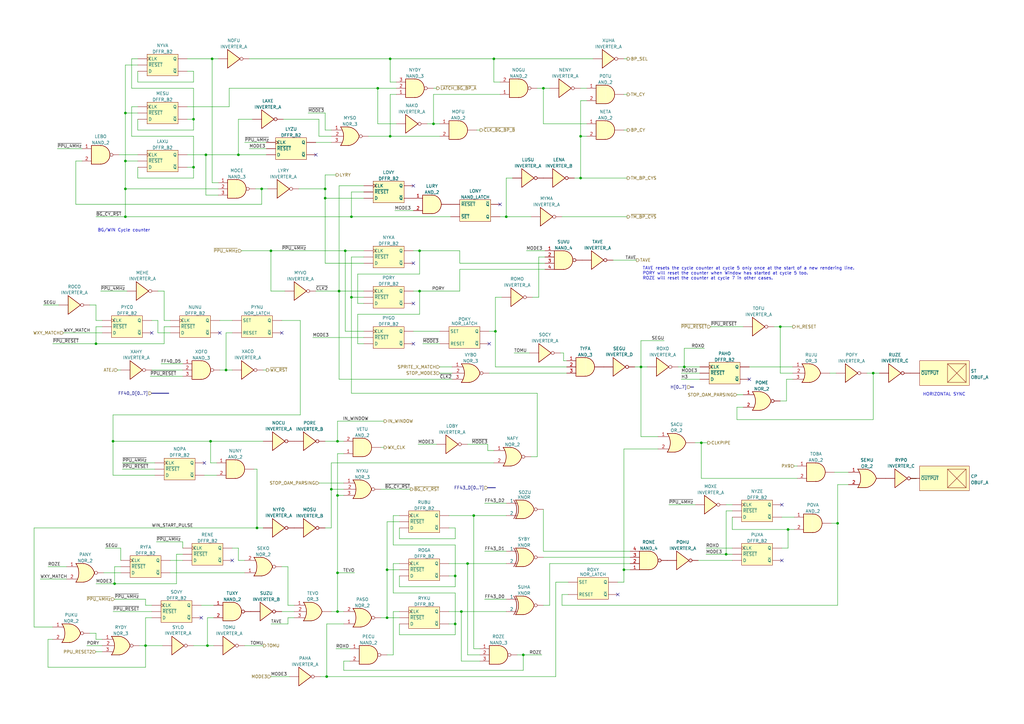
<source format=kicad_sch>
(kicad_sch (version 20211123) (generator eeschema)
  (paper "A3")
  (title_block (title "DMG CPU B") (date "2022-07-08") (rev "0.1") (company "CC-BY-SA-4.0 Régis Galland & Michael Singer -- Derived work from Furrtek") (comment 1 "https://github.com/msinger/dmg-schematics"))
  (junction (at 107.315 77.47))
  (junction (at 138.43 203.2))
  (junction (at 51.435 46.355))
  (junction (at 297.815 227.33))
  (junction (at 105.41 216.535))
  (junction (at 323.215 217.17))
  (junction (at 51.435 88.9))
  (junction (at 138.43 234.95))
  (junction (at 358.14 153.035))
  (junction (at 79.375 48.895))
  (junction (at 138.43 180.975))
  (junction (at 158.75 253.365))
  (junction (at 214.63 268.605))
  (junction (at 194.31 211.455))
  (junction (at 85.09 264.795))
  (junction (at 135.89 200.66))
  (junction (at 160.02 55.88))
  (junction (at 92.71 151.765))
  (junction (at 46.99 239.395))
  (junction (at 84.455 63.5))
  (junction (at 186.69 255.905))
  (junction (at 111.125 102.87))
  (junction (at 46.355 180.975))
  (junction (at 203.2 135.89))
  (junction (at 320.04 133.985))
  (junction (at 202.565 24.13))
  (junction (at 79.375 68.58))
  (junction (at 133.35 77.47))
  (junction (at 262.89 150.495))
  (junction (at 133.35 81.28))
  (junction (at 287.655 181.61))
  (junction (at 86.995 24.13))
  (junction (at 97.79 63.5))
  (junction (at 158.75 233.68))
  (junction (at 222.885 36.195))
  (junction (at 139.065 119.38))
  (junction (at 160.02 24.13))
  (junction (at 207.645 88.9))
  (junction (at 238.125 55.88))
  (junction (at 144.145 88.9))
  (junction (at 186.69 236.22))
  (junction (at 133.985 277.495))
  (junction (at 86.36 180.975))
  (junction (at 172.085 119.38))
  (junction (at 138.43 250.825))
  (junction (at 189.23 250.825))
  (junction (at 59.69 264.795))
  (junction (at 51.435 66.04))
  (junction (at 172.085 102.87))
  (junction (at 51.435 77.47))
  (junction (at 191.77 231.14))
  (junction (at 255.905 233.68))
  (junction (at 177.8 50.8))
  (junction (at 39.37 140.97))
  (junction (at 141.605 102.87))
  (junction (at 280.67 150.495))
  (junction (at 343.535 214.63))
  (junction (at 154.94 36.195))
  (junction (at 144.145 121.92))
  (junction (at 238.125 73.025))
  (no_connect (at 320.675 229.87))
  (no_connect (at 115.57 136.525))
  (no_connect (at 82.55 253.365))
  (no_connect (at 83.82 189.865))
  (no_connect (at 62.23 136.525))
  (no_connect (at 169.545 140.97))
  (no_connect (at 253.365 243.84))
  (no_connect (at 307.34 155.575))
  (no_connect (at 169.545 76.2))
  (no_connect (at 205.105 83.82))
  (no_connect (at 95.25 229.87))
  (no_connect (at 90.17 136.525))
  (no_connect (at 320.675 207.01))
  (no_connect (at 129.54 63.5))
  (no_connect (at 169.545 124.46))
  (no_connect (at 200.66 140.97))
  (no_connect (at 169.545 107.95))
  (wire (pts (xy 61.595 154.305) (xy 74.93 154.305)))
  (wire (pts (xy 220.98 105.41) (xy 223.52 105.41)))
  (wire (pts (xy 238.125 55.88) (xy 240.665 55.88)))
  (wire (pts (xy 69.85 229.87) (xy 74.93 229.87)))
  (wire (pts (xy 46.99 232.41) (xy 46.99 239.395)))
  (wire (pts (xy 46.355 250.825) (xy 62.23 250.825)))
  (wire (pts (xy 260.985 106.68) (xy 251.46 106.68)))
  (wire (pts (xy 265.43 150.495) (xy 262.89 150.495)))
  (wire (pts (xy 76.835 63.5) (xy 84.455 63.5)))
  (wire (pts (xy 238.125 55.88) (xy 238.125 41.275)))
  (wire (pts (xy 188.595 102.87) (xy 172.085 102.87)))
  (wire (pts (xy 141.605 102.87) (xy 141.605 135.89)))
  (wire (pts (xy 62.23 248.285) (xy 59.69 248.285)))
  (wire (pts (xy 289.56 224.79) (xy 300.355 224.79)))
  (wire (pts (xy 340.36 153.035) (xy 342.9 153.035)))
  (wire (pts (xy 194.31 211.455) (xy 194.31 266.065)))
  (wire (pts (xy 343.535 248.285) (xy 343.535 214.63)))
  (wire (pts (xy 177.8 36.195) (xy 179.07 36.195)))
  (wire (pts (xy 135.89 189.865) (xy 135.89 200.66)))
  (wire (pts (xy 200.66 135.89) (xy 203.2 135.89)))
  (wire (pts (xy 300.355 209.55) (xy 297.815 209.55)))
  (wire (pts (xy 53.975 24.13) (xy 56.515 24.13)))
  (wire (pts (xy 128.27 138.43) (xy 149.225 138.43)))
  (wire (pts (xy 123.19 170.18) (xy 46.355 170.18)))
  (wire (pts (xy 133.35 77.47) (xy 133.35 81.28)))
  (wire (pts (xy 59.69 253.365) (xy 59.69 264.795)))
  (wire (pts (xy 300.355 217.17) (xy 300.355 212.09)))
  (wire (pts (xy 320.675 212.09) (xy 325.755 212.09)))
  (wire (pts (xy 102.235 24.13) (xy 160.02 24.13)))
  (wire (pts (xy 230.505 248.285) (xy 343.535 248.285)))
  (wire (pts (xy 138.43 180.975) (xy 138.43 172.72)))
  (wire (pts (xy 186.69 255.905) (xy 186.69 260.35)))
  (wire (pts (xy 67.31 131.445) (xy 69.85 131.445)))
  (wire (pts (xy 194.31 266.065) (xy 196.85 266.065)))
  (wire (pts (xy 297.815 207.01) (xy 300.355 207.01)))
  (wire (pts (xy 139.065 119.38) (xy 149.225 119.38)))
  (wire (pts (xy 184.15 255.905) (xy 186.69 255.905)))
  (wire (pts (xy 169.545 135.89) (xy 180.34 135.89)))
  (wire (pts (xy 19.685 232.41) (xy 27.305 232.41)))
  (wire (pts (xy 230.505 243.84) (xy 233.045 243.84)))
  (wire (pts (xy 138.43 186.055) (xy 140.97 186.055)))
  (wire (pts (xy 46.355 180.975) (xy 46.355 194.945)))
  (wire (pts (xy 196.85 53.34) (xy 195.58 53.34)))
  (wire (pts (xy 156.21 183.515) (xy 157.48 183.515)))
  (wire (pts (xy 322.58 155.575) (xy 322.58 164.465)))
  (wire (pts (xy 146.685 128.905) (xy 146.685 140.97)))
  (wire (pts (xy 95.25 224.79) (xy 97.79 224.79)))
  (wire (pts (xy 46.99 239.395) (xy 72.39 239.395)))
  (wire (pts (xy 79.375 68.58) (xy 79.375 55.88)))
  (wire (pts (xy 133.35 216.535) (xy 135.89 216.535)))
  (wire (pts (xy 255.905 184.15) (xy 269.875 184.15)))
  (wire (pts (xy 186.69 236.22) (xy 186.69 240.665)))
  (wire (pts (xy 156.21 200.66) (xy 168.275 200.66)))
  (wire (pts (xy 76.835 48.895) (xy 79.375 48.895)))
  (wire (pts (xy 154.94 36.195) (xy 154.94 50.8)))
  (wire (pts (xy 171.45 182.245) (xy 179.07 182.245)))
  (wire (pts (xy 220.345 161.29) (xy 220.345 187.325)))
  (wire (pts (xy 46.99 232.41) (xy 49.53 232.41)))
  (wire (pts (xy 158.75 213.995) (xy 158.75 233.68)))
  (wire (pts (xy 358.14 153.035) (xy 358.14 172.085)))
  (wire (pts (xy 31.115 83.82) (xy 107.315 83.82)))
  (wire (pts (xy 111.125 102.87) (xy 141.605 102.87)))
  (wire (pts (xy 59.69 273.685) (xy 59.69 264.795)))
  (wire (pts (xy 36.83 125.095) (xy 39.37 125.095)))
  (wire (pts (xy 184.15 236.22) (xy 186.69 236.22)))
  (wire (pts (xy 222.885 226.06) (xy 222.885 208.915)))
  (wire (pts (xy 139.065 155.575) (xy 185.42 155.575)))
  (wire (pts (xy 133.35 71.755) (xy 137.795 71.755)))
  (wire (pts (xy 325.12 155.575) (xy 322.58 155.575)))
  (wire (pts (xy 104.775 77.47) (xy 107.315 77.47)))
  (wire (pts (xy 358.14 153.035) (xy 360.68 153.035)))
  (wire (pts (xy 86.995 24.13) (xy 86.995 74.93)))
  (wire (pts (xy 51.435 66.04) (xy 51.435 77.47)))
  (wire (pts (xy 218.44 121.92) (xy 220.98 121.92)))
  (wire (pts (xy 146.685 112.395) (xy 172.085 112.395)))
  (wire (pts (xy 133.35 81.28) (xy 133.35 107.95)))
  (wire (pts (xy 158.75 233.68) (xy 158.75 253.365)))
  (wire (pts (xy 13.97 257.175) (xy 13.97 216.535)))
  (wire (pts (xy 51.435 46.355) (xy 51.435 66.04)))
  (wire (pts (xy 188.595 119.38) (xy 188.595 110.49)))
  (wire (pts (xy 323.215 224.79) (xy 323.215 217.17)))
  (wire (pts (xy 86.36 180.975) (xy 107.95 180.975)))
  (wire (pts (xy 133.985 255.905) (xy 140.97 255.905)))
  (wire (pts (xy 325.755 191.135) (xy 327.025 191.135)))
  (wire (pts (xy 26.035 136.525) (xy 41.91 136.525)))
  (wire (pts (xy 161.29 211.455) (xy 163.83 211.455)))
  (wire (pts (xy 287.655 181.61) (xy 290.195 181.61)))
  (wire (pts (xy 255.905 184.15) (xy 255.905 233.68)))
  (wire (pts (xy 48.26 151.765) (xy 49.53 151.765)))
  (wire (pts (xy 133.985 277.495) (xy 227.965 277.495)))
  (wire (pts (xy 42.545 234.95) (xy 49.53 234.95)))
  (wire (pts (xy 160.02 24.13) (xy 202.565 24.13)))
  (wire (pts (xy 133.35 107.95) (xy 149.225 107.95)))
  (wire (pts (xy 227.965 238.76) (xy 227.965 277.495)))
  (wire (pts (xy 191.77 182.245) (xy 200.025 182.245)))
  (wire (pts (xy 262.89 139.7) (xy 272.415 139.7)))
  (wire (pts (xy 222.885 248.285) (xy 225.425 248.285)))
  (wire (pts (xy 186.69 223.52) (xy 161.29 223.52)))
  (wire (pts (xy 67.31 119.38) (xy 64.77 119.38)))
  (wire (pts (xy 53.975 24.13) (xy 53.975 36.195)))
  (wire (pts (xy 90.17 131.445) (xy 95.25 131.445)))
  (wire (pts (xy 23.495 60.96) (xy 33.655 60.96)))
  (wire (pts (xy 39.37 267.335) (xy 41.91 267.335)))
  (wire (pts (xy 50.165 189.865) (xy 63.5 189.865)))
  (wire (pts (xy 72.39 239.395) (xy 72.39 227.33)))
  (wire (pts (xy 35.56 264.795) (xy 41.91 264.795)))
  (wire (pts (xy 203.2 121.92) (xy 203.2 135.89)))
  (wire (pts (xy 64.77 136.525) (xy 69.85 136.525)))
  (wire (pts (xy 59.69 253.365) (xy 62.23 253.365)))
  (wire (pts (xy 184.15 231.14) (xy 191.77 231.14)))
  (wire (pts (xy 225.425 231.14) (xy 258.445 231.14)))
  (wire (pts (xy 19.685 262.255) (xy 19.685 273.685)))
  (wire (pts (xy 198.755 245.745) (xy 207.645 245.745)))
  (wire (pts (xy 115.57 232.41) (xy 118.11 232.41)))
  (wire (pts (xy 355.6 153.035) (xy 358.14 153.035)))
  (wire (pts (xy 358.14 172.085) (xy 302.26 172.085)))
  (wire (pts (xy 173.355 140.97) (xy 180.34 140.97)))
  (wire (pts (xy 97.79 229.87) (xy 100.33 229.87)))
  (wire (pts (xy 279.4 155.575) (xy 287.02 155.575)))
  (wire (pts (xy 39.37 140.97) (xy 39.37 133.985)))
  (wire (pts (xy 163.83 250.825) (xy 161.29 250.825)))
  (wire (pts (xy 186.69 240.665) (xy 163.83 240.665)))
  (wire (pts (xy 238.125 36.195) (xy 240.665 36.195)))
  (wire (pts (xy 129.54 119.38) (xy 139.065 119.38)))
  (wire (pts (xy 373.38 196.215) (xy 375.92 196.215)))
  (wire (pts (xy 203.2 121.92) (xy 205.74 121.92)))
  (wire (pts (xy 46.99 245.745) (xy 59.69 245.745)))
  (wire (pts (xy 172.085 119.38) (xy 188.595 119.38)))
  (wire (pts (xy 62.23 131.445) (xy 64.77 131.445)))
  (wire (pts (xy 200.66 153.035) (xy 232.41 153.035)))
  (wire (pts (xy 85.09 264.795) (xy 87.63 264.795)))
  (wire (pts (xy 130.81 198.12) (xy 140.97 198.12)))
  (wire (pts (xy 210.82 144.78) (xy 217.17 144.78)))
  (wire (pts (xy 135.89 58.42) (xy 129.54 58.42)))
  (wire (pts (xy 137.795 266.065) (xy 143.51 266.065)))
  (wire (pts (xy 146.685 124.46) (xy 149.225 124.46)))
  (wire (pts (xy 205.105 38.735) (xy 177.8 38.735)))
  (wire (pts (xy 257.175 38.735) (xy 255.905 38.735)))
  (wire (pts (xy 21.59 257.175) (xy 13.97 257.175)))
  (wire (pts (xy 39.37 125.095) (xy 39.37 131.445)))
  (wire (pts (xy 17.78 125.095) (xy 24.13 125.095)))
  (wire (pts (xy 41.275 119.38) (xy 52.07 119.38)))
  (wire (pts (xy 56.515 33.655) (xy 79.375 33.655)))
  (wire (pts (xy 133.985 255.905) (xy 133.985 277.495)))
  (wire (pts (xy 200.025 182.245) (xy 200.025 184.785)))
  (wire (pts (xy 138.43 180.975) (xy 140.97 180.975)))
  (wire (pts (xy 135.89 200.66) (xy 135.89 216.535)))
  (wire (pts (xy 92.71 151.765) (xy 95.25 151.765)))
  (wire (pts (xy 135.89 55.88) (xy 130.81 55.88)))
  (wire (pts (xy 274.32 207.01) (xy 285.115 207.01)))
  (wire (pts (xy 207.645 88.9) (xy 217.805 88.9)))
  (wire (pts (xy 175.26 50.8) (xy 177.8 50.8)))
  (wire (pts (xy 280.67 150.495) (xy 287.02 150.495)))
  (bus (pts (xy 203.2 200.025) (xy 200.025 200.025)))
  (wire (pts (xy 139.065 119.38) (xy 139.065 155.575)))
  (wire (pts (xy 188.595 110.49) (xy 223.52 110.49)))
  (wire (pts (xy 189.23 250.825) (xy 189.23 271.145)))
  (wire (pts (xy 280.67 142.875) (xy 288.925 142.875)))
  (wire (pts (xy 203.2 150.495) (xy 232.41 150.495)))
  (wire (pts (xy 149.225 81.28) (xy 133.35 81.28)))
  (wire (pts (xy 186.69 236.22) (xy 186.69 223.52)))
  (wire (pts (xy 140.97 200.66) (xy 135.89 200.66)))
  (wire (pts (xy 93.98 36.195) (xy 154.94 36.195)))
  (wire (pts (xy 48.895 63.5) (xy 56.515 63.5)))
  (wire (pts (xy 85.09 264.795) (xy 79.375 264.795)))
  (wire (pts (xy 172.085 112.395) (xy 172.085 102.87)))
  (wire (pts (xy 184.15 250.825) (xy 189.23 250.825)))
  (wire (pts (xy 92.71 136.525) (xy 92.71 151.765)))
  (wire (pts (xy 149.225 135.89) (xy 141.605 135.89)))
  (wire (pts (xy 151.13 55.88) (xy 160.02 55.88)))
  (wire (pts (xy 36.83 259.715) (xy 39.37 259.715)))
  (wire (pts (xy 322.58 164.465) (xy 320.04 164.465)))
  (wire (pts (xy 72.39 227.33) (xy 74.93 227.33)))
  (wire (pts (xy 97.79 224.79) (xy 97.79 229.87)))
  (wire (pts (xy 115.57 131.445) (xy 123.19 131.445)))
  (wire (pts (xy 51.435 77.47) (xy 89.535 77.47)))
  (wire (pts (xy 285.115 181.61) (xy 287.655 181.61)))
  (wire (pts (xy 255.905 233.68) (xy 255.905 238.76)))
  (wire (pts (xy 97.79 48.895) (xy 103.505 48.895)))
  (wire (pts (xy 223.52 107.95) (xy 188.595 107.95)))
  (wire (pts (xy 111.125 255.905) (xy 118.11 255.905)))
  (wire (pts (xy 140.97 274.955) (xy 140.97 271.145)))
  (wire (pts (xy 66.04 149.225) (xy 74.93 149.225)))
  (wire (pts (xy 39.37 133.985) (xy 41.91 133.985)))
  (wire (pts (xy 46.355 194.945) (xy 63.5 194.945)))
  (wire (pts (xy 130.81 48.895) (xy 116.205 48.895)))
  (wire (pts (xy 90.17 151.765) (xy 92.71 151.765)))
  (wire (pts (xy 220.98 121.92) (xy 220.98 105.41)))
  (wire (pts (xy 214.63 268.605) (xy 214.63 274.955)))
  (wire (pts (xy 172.085 119.38) (xy 172.085 128.905)))
  (wire (pts (xy 86.995 24.13) (xy 89.535 24.13)))
  (wire (pts (xy 53.975 55.88) (xy 53.975 43.815)))
  (wire (pts (xy 76.835 24.13) (xy 86.995 24.13)))
  (wire (pts (xy 79.375 53.34) (xy 56.515 53.34)))
  (wire (pts (xy 302.26 172.085) (xy 302.26 167.005)))
  (wire (pts (xy 260.35 150.495) (xy 262.89 150.495)))
  (wire (pts (xy 255.905 238.76) (xy 253.365 238.76)))
  (wire (pts (xy 205.105 88.9) (xy 207.645 88.9)))
  (wire (pts (xy 86.995 74.93) (xy 89.535 74.93)))
  (wire (pts (xy 86.36 189.865) (xy 88.9 189.865)))
  (wire (pts (xy 163.83 253.365) (xy 158.75 253.365)))
  (wire (pts (xy 126.365 46.355) (xy 133.35 46.355)))
  (wire (pts (xy 133.35 180.975) (xy 138.43 180.975)))
  (wire (pts (xy 340.995 214.63) (xy 343.535 214.63)))
  (wire (pts (xy 130.81 55.88) (xy 130.81 48.895)))
  (wire (pts (xy 59.69 264.795) (xy 66.675 264.795)))
  (wire (pts (xy 320.04 133.985) (xy 320.04 153.035)))
  (wire (pts (xy 161.29 211.455) (xy 161.29 223.52)))
  (wire (pts (xy 297.815 209.55) (xy 297.815 227.33)))
  (wire (pts (xy 317.5 133.985) (xy 320.04 133.985)))
  (wire (pts (xy 320.04 153.035) (xy 325.12 153.035)))
  (wire (pts (xy 123.19 131.445) (xy 123.19 170.18)))
  (wire (pts (xy 262.89 139.7) (xy 262.89 150.495)))
  (wire (pts (xy 177.8 38.735) (xy 177.8 50.8)))
  (wire (pts (xy 222.885 50.8) (xy 240.665 50.8)))
  (wire (pts (xy 87.63 253.365) (xy 85.09 253.365)))
  (wire (pts (xy 56.515 73.025) (xy 56.515 68.58)))
  (wire (pts (xy 279.4 153.035) (xy 287.02 153.035)))
  (wire (pts (xy 138.43 203.2) (xy 138.43 234.95)))
  (wire (pts (xy 19.685 273.685) (xy 59.69 273.685)))
  (wire (pts (xy 21.59 262.255) (xy 19.685 262.255)))
  (wire (pts (xy 191.77 268.605) (xy 191.77 231.14)))
  (wire (pts (xy 243.205 24.13) (xy 202.565 24.13)))
  (wire (pts (xy 222.885 36.195) (xy 225.425 36.195)))
  (wire (pts (xy 258.445 226.06) (xy 222.885 226.06)))
  (wire (pts (xy 84.455 63.5) (xy 84.455 80.01)))
  (wire (pts (xy 56.515 53.34) (xy 56.515 48.895)))
  (wire (pts (xy 207.645 73.025) (xy 210.185 73.025)))
  (bus (pts (xy 62.23 161.29) (xy 69.215 161.29)))
  (wire (pts (xy 161.29 243.205) (xy 161.29 231.14)))
  (wire (pts (xy 225.425 248.285) (xy 225.425 231.14)))
  (wire (pts (xy 188.595 107.95) (xy 188.595 102.87)))
  (wire (pts (xy 111.125 102.87) (xy 111.125 119.38)))
  (wire (pts (xy 180.34 150.495) (xy 185.42 150.495)))
  (wire (pts (xy 31.115 66.04) (xy 31.115 83.82)))
  (wire (pts (xy 185.42 153.035) (xy 180.34 153.035)))
  (wire (pts (xy 289.56 227.33) (xy 297.815 227.33)))
  (wire (pts (xy 160.02 33.655) (xy 162.56 33.655)))
  (wire (pts (xy 105.41 216.535) (xy 107.95 216.535)))
  (wire (pts (xy 118.11 255.905) (xy 118.11 253.365)))
  (wire (pts (xy 82.55 248.285) (xy 87.63 248.285)))
  (wire (pts (xy 100.33 264.795) (xy 107.95 264.795)))
  (wire (pts (xy 144.145 78.74) (xy 144.145 88.9)))
  (wire (pts (xy 39.37 140.97) (xy 67.31 140.97)))
  (wire (pts (xy 139.065 76.2) (xy 149.225 76.2)))
  (wire (pts (xy 172.085 119.38) (xy 169.545 119.38)))
  (wire (pts (xy 43.18 224.79) (xy 49.53 224.79)))
  (wire (pts (xy 144.145 105.41) (xy 144.145 121.92)))
  (wire (pts (xy 67.31 119.38) (xy 67.31 131.445)))
  (wire (pts (xy 21.59 140.97) (xy 39.37 140.97)))
  (wire (pts (xy 138.43 234.95) (xy 138.43 250.825)))
  (wire (pts (xy 214.63 274.955) (xy 140.97 274.955)))
  (wire (pts (xy 85.09 253.365) (xy 85.09 264.795)))
  (wire (pts (xy 323.215 217.17) (xy 325.755 217.17)))
  (wire (pts (xy 161.925 86.36) (xy 169.545 86.36)))
  (wire (pts (xy 230.505 243.84) (xy 230.505 248.285)))
  (wire (pts (xy 144.145 105.41) (xy 149.225 105.41)))
  (wire (pts (xy 86.36 189.865) (xy 86.36 180.975)))
  (wire (pts (xy 343.535 198.755) (xy 347.98 198.755)))
  (wire (pts (xy 320.04 133.985) (xy 325.12 133.985)))
  (wire (pts (xy 67.31 133.985) (xy 69.85 133.985)))
  (wire (pts (xy 84.455 63.5) (xy 97.79 63.5)))
  (wire (pts (xy 291.465 133.985) (xy 304.8 133.985)))
  (wire (pts (xy 79.375 55.88) (xy 53.975 55.88)))
  (wire (pts (xy 161.29 268.605) (xy 158.75 268.605)))
  (wire (pts (xy 76.835 68.58) (xy 79.375 68.58)))
  (wire (pts (xy 133.35 46.355) (xy 133.35 53.34)))
  (wire (pts (xy 57.15 264.795) (xy 59.69 264.795)))
  (wire (pts (xy 79.375 36.195) (xy 53.975 36.195)))
  (wire (pts (xy 107.95 151.765) (xy 109.22 151.765)))
  (wire (pts (xy 231.14 147.955) (xy 232.41 147.955)))
  (wire (pts (xy 229.87 144.78) (xy 231.14 144.78)))
  (wire (pts (xy 118.11 248.285) (xy 118.11 232.41)))
  (wire (pts (xy 154.94 36.195) (xy 162.56 36.195)))
  (wire (pts (xy 135.89 250.825) (xy 138.43 250.825)))
  (wire (pts (xy 97.79 63.5) (xy 109.22 63.5)))
  (wire (pts (xy 180.34 50.8) (xy 177.8 50.8)))
  (wire (pts (xy 186.69 243.205) (xy 161.29 243.205)))
  (wire (pts (xy 107.315 77.47) (xy 109.855 77.47)))
  (wire (pts (xy 262.89 150.495) (xy 262.89 179.07)))
  (wire (pts (xy 139.065 76.2) (xy 139.065 119.38)))
  (wire (pts (xy 64.135 222.25) (xy 74.93 222.25)))
  (wire (pts (xy 39.37 262.255) (xy 39.37 259.715)))
  (wire (pts (xy 16.51 237.49) (xy 27.305 237.49)))
  (bus (pts (xy 284.48 158.75) (xy 283.21 158.75)))
  (wire (pts (xy 138.43 172.72) (xy 157.48 172.72)))
  (wire (pts (xy 79.375 68.58) (xy 79.375 73.025)))
  (wire (pts (xy 111.125 277.495) (xy 118.745 277.495)))
  (wire (pts (xy 41.91 262.255) (xy 39.37 262.255)))
  (wire (pts (xy 141.605 102.87) (xy 149.225 102.87)))
  (wire (pts (xy 300.355 229.87) (xy 286.385 229.87)))
  (wire (pts (xy 50.165 192.405) (xy 63.5 192.405)))
  (wire (pts (xy 189.23 271.145) (xy 196.85 271.145)))
  (wire (pts (xy 100.33 58.42) (xy 109.22 58.42)))
  (wire (pts (xy 202.565 33.655) (xy 202.565 24.13)))
  (wire (pts (xy 59.69 248.285) (xy 59.69 245.745)))
  (wire (pts (xy 135.89 189.865) (xy 202.565 189.865)))
  (wire (pts (xy 205.105 33.655) (xy 202.565 33.655)))
  (wire (pts (xy 212.09 268.605) (xy 214.63 268.605)))
  (wire (pts (xy 97.79 63.5) (xy 97.79 48.895)))
  (wire (pts (xy 133.35 71.755) (xy 133.35 77.47)))
  (wire (pts (xy 191.77 231.14) (xy 207.645 231.14)))
  (wire (pts (xy 118.11 253.365) (xy 120.65 253.365)))
  (wire (pts (xy 222.885 36.195) (xy 222.885 50.8)))
  (wire (pts (xy 51.435 26.67) (xy 56.515 26.67)))
  (wire (pts (xy 39.37 88.9) (xy 51.435 88.9)))
  (wire (pts (xy 217.805 187.325) (xy 220.345 187.325)))
  (wire (pts (xy 222.885 228.6) (xy 258.445 228.6)))
  (wire (pts (xy 146.685 112.395) (xy 146.685 124.46)))
  (wire (pts (xy 156.21 253.365) (xy 158.75 253.365)))
  (wire (pts (xy 238.125 73.025) (xy 257.175 73.025)))
  (wire (pts (xy 196.85 268.605) (xy 191.77 268.605)))
  (wire (pts (xy 105.41 192.405) (xy 104.14 192.405)))
  (wire (pts (xy 51.435 46.355) (xy 56.515 46.355)))
  (wire (pts (xy 138.43 186.055) (xy 138.43 203.2)))
  (wire (pts (xy 39.37 131.445) (xy 41.91 131.445)))
  (wire (pts (xy 51.435 88.9) (xy 51.435 77.47)))
  (wire (pts (xy 133.35 77.47) (xy 122.555 77.47)))
  (wire (pts (xy 238.125 73.025) (xy 238.125 55.88)))
  (wire (pts (xy 163.83 220.98) (xy 186.69 220.98)))
  (wire (pts (xy 76.835 29.21) (xy 79.375 29.21)))
  (wire (pts (xy 49.53 224.79) (xy 49.53 229.87)))
  (wire (pts (xy 99.06 102.87) (xy 111.125 102.87)))
  (wire (pts (xy 64.77 131.445) (xy 64.77 136.525)))
  (wire (pts (xy 255.905 24.13) (xy 257.175 24.13)))
  (wire (pts (xy 56.515 29.21) (xy 56.515 33.655)))
  (wire (pts (xy 13.97 216.535) (xy 105.41 216.535)))
  (wire (pts (xy 131.445 277.495) (xy 133.985 277.495)))
  (wire (pts (xy 144.145 121.92) (xy 144.145 161.29)))
  (wire (pts (xy 233.045 238.76) (xy 227.965 238.76)))
  (wire (pts (xy 62.23 151.765) (xy 74.93 151.765)))
  (wire (pts (xy 74.93 222.25) (xy 74.93 224.79)))
  (wire (pts (xy 76.835 43.815) (xy 93.98 43.815)))
  (wire (pts (xy 186.69 260.35) (xy 163.83 260.35)))
  (wire (pts (xy 107.315 77.47) (xy 107.315 83.82)))
  (wire (pts (xy 79.375 48.895) (xy 79.375 36.195)))
  (wire (pts (xy 160.02 24.13) (xy 160.02 33.655)))
  (wire (pts (xy 198.755 206.375) (xy 207.645 206.375)))
  (wire (pts (xy 140.97 271.145) (xy 143.51 271.145)))
  (wire (pts (xy 235.585 73.025) (xy 238.125 73.025)))
  (wire (pts (xy 79.375 73.025) (xy 56.515 73.025)))
  (wire (pts (xy 144.145 161.29) (xy 220.345 161.29)))
  (wire (pts (xy 138.43 203.2) (xy 140.97 203.2)))
  (wire (pts (xy 138.43 234.95) (xy 145.415 234.95)))
  (wire (pts (xy 215.9 102.87) (xy 223.52 102.87)))
  (wire (pts (xy 189.23 250.825) (xy 207.645 250.825)))
  (wire (pts (xy 160.02 38.735) (xy 162.56 38.735)))
  (wire (pts (xy 162.56 50.8) (xy 154.94 50.8)))
  (wire (pts (xy 79.375 33.655) (xy 79.375 29.21)))
  (wire (pts (xy 207.645 73.025) (xy 207.645 88.9)))
  (wire (pts (xy 280.67 150.495) (xy 280.67 142.875)))
  (wire (pts (xy 163.83 240.665) (xy 163.83 236.22)))
  (wire (pts (xy 198.755 226.06) (xy 207.645 226.06)))
  (wire (pts (xy 161.29 250.825) (xy 161.29 268.605)))
  (wire (pts (xy 186.69 255.905) (xy 186.69 243.205)))
  (wire (pts (xy 160.02 38.735) (xy 160.02 55.88)))
  (wire (pts (xy 194.31 211.455) (xy 207.645 211.455)))
  (wire (pts (xy 51.435 26.67) (xy 51.435 46.355)))
  (wire (pts (xy 342.265 193.675) (xy 347.98 193.675)))
  (wire (pts (xy 39.37 239.395) (xy 46.99 239.395)))
  (wire (pts (xy 161.29 231.14) (xy 163.83 231.14)))
  (wire (pts (xy 280.67 150.495) (xy 278.13 150.495)))
  (wire (pts (xy 163.83 260.35) (xy 163.83 255.905)))
  (wire (pts (xy 184.15 216.535) (xy 186.69 216.535)))
  (wire (pts (xy 56.515 66.04) (xy 51.435 66.04)))
  (wire (pts (xy 115.57 250.825) (xy 120.65 250.825)))
  (wire (pts (xy 230.505 88.9) (xy 257.175 88.9)))
  (wire (pts (xy 67.31 133.985) (xy 67.31 140.97)))
  (wire (pts (xy 138.43 250.825) (xy 140.97 250.825)))
  (wire (pts (xy 51.435 88.9) (xy 144.145 88.9)))
  (wire (pts (xy 144.145 78.74) (xy 149.225 78.74)))
  (wire (pts (xy 257.175 53.34) (xy 255.905 53.34)))
  (wire (pts (xy 53.975 43.815) (xy 56.515 43.815)))
  (wire (pts (xy 79.375 48.895) (xy 79.375 53.34)))
  (wire (pts (xy 297.815 227.33) (xy 300.355 227.33)))
  (wire (pts (xy 146.685 128.905) (xy 172.085 128.905)))
  (wire (pts (xy 214.63 268.605) (xy 222.25 268.605)))
  (wire (pts (xy 149.225 121.92) (xy 144.145 121.92)))
  (wire (pts (xy 180.34 55.88) (xy 160.02 55.88)))
  (wire (pts (xy 320.675 224.79) (xy 323.215 224.79)))
  (wire (pts (xy 172.085 102.87) (xy 169.545 102.87)))
  (wire (pts (xy 238.125 41.275) (xy 240.665 41.275)))
  (wire (pts (xy 300.355 217.17) (xy 323.215 217.17)))
  (wire (pts (xy 120.65 248.285) (xy 118.11 248.285)))
  (wire (pts (xy 287.655 196.215) (xy 327.025 196.215)))
  (wire (pts (xy 186.69 220.98) (xy 186.69 216.535)))
  (wire (pts (xy 200.025 184.785) (xy 202.565 184.785)))
  (wire (pts (xy 102.235 60.96) (xy 109.22 60.96)))
  (wire (pts (xy 86.36 180.975) (xy 46.355 180.975)))
  (wire (pts (xy 231.14 144.78) (xy 231.14 147.955)))
  (wire (pts (xy 105.41 192.405) (xy 105.41 216.535)))
  (wire (pts (xy 158.75 233.68) (xy 163.83 233.68)))
  (wire (pts (xy 163.83 216.535) (xy 163.83 220.98)))
  (wire (pts (xy 307.34 150.495) (xy 325.12 150.495)))
  (wire (pts (xy 158.75 213.995) (xy 163.83 213.995)))
  (wire (pts (xy 111.125 119.38) (xy 116.84 119.38)))
  (wire (pts (xy 144.145 88.9) (xy 184.785 88.9)))
  (wire (pts (xy 46.355 170.18) (xy 46.355 180.975)))
  (wire (pts (xy 88.9 194.945) (xy 83.82 194.945)))
  (wire (pts (xy 343.535 198.755) (xy 343.535 214.63)))
  (wire (pts (xy 220.345 36.195) (xy 222.885 36.195)))
  (wire (pts (xy 287.655 181.61) (xy 287.655 196.215)))
  (wire (pts (xy 33.655 66.04) (xy 31.115 66.04)))
  (wire (pts (xy 69.85 234.95) (xy 100.33 234.95)))
  (wire (pts (xy 84.455 80.01) (xy 89.535 80.01)))
  (wire (pts (xy 302.26 161.925) (xy 304.8 161.925)))
  (wire (pts (xy 302.26 167.005) (xy 304.8 167.005)))
  (wire (pts (xy 258.445 233.68) (xy 255.905 233.68)))
  (wire (pts (xy 92.71 136.525) (xy 95.25 136.525)))
  (wire (pts (xy 93.98 36.195) (xy 93.98 43.815)))
  (wire (pts (xy 203.2 135.89) (xy 203.2 150.495)))
  (wire (pts (xy 146.685 140.97) (xy 149.225 140.97)))
  (wire (pts (xy 135.89 53.34) (xy 133.35 53.34)))
  (wire (pts (xy 184.15 211.455) (xy 194.31 211.455)))
  (wire (pts (xy 262.89 179.07) (xy 269.875 179.07)))
  (text "BG/WIN Cycle counter" (at 40.005 95.25 0) (effects (font (size 1.27 1.27)) (justify left bottom)))
  (text "TAVE resets the cycle counter at cycle 5 only once at the start of a new rendering line.\nPORY will reset the counter when Window has started at cycle 5 too.\nROZE will reset the counter at cycle 7 in other cases." (at 263.525 114.935 0) (effects (font (size 1.27 1.27)) (justify left bottom)))
  (text "{signal: [\n  {name: '/PPU_4MHz',  		wave: '101010101010101010101010101010101'},\n  {name: 'MODE3',      		wave: '0...1............................'},\n  {name: '/BG_CY_RST', 		wave: '0...1..........01..............01'},\n  {name: 'LAXU.Q',     		wave: '0....1.0.1.0.1.0.1.0.1.0.1.....0.'},\n  {name: 'MESU.Q',     		wave: '0......1...0.......1...0.........'},\n  {name: 'NYVA.Q',     		wave: '0..........1...0.......1.......0.'},\n  {name: 'LYRY',       		wave: '0............1.0.........1.....0.'},\n  {name: 'TM_BP_CYS',  		wave: '1..........................0...1.'},\n  {name: 'TM_CY',     		wave: '1......0.......1...0...........1.'},\n  {name: 'BP_CY',     		wave: '0......1.......0...1.......0.....'},\n  {name: 'BP_SEL',     		wave: '0..........1...0.......1...0.....'},\n  {name: 'LYZU',       		wave: '0.....1.0.1.0.1.0.1.0.1.0.1.....0'},\n  {name: 'MYSO',       		wave: '0....10..10..10..10..10..10......'},\n  {name: '/LATCH_BG_BP_A',  wave: '0........10..........10..........'},\n  {name: '/CLK_BG_BP_B',    wave: '0....10..........10..............'},\n  {name: 'NYKA.Q',          wave: '0.............1.0.........1.0....'},\n  {name: 'PORY.Q',          wave: '0..............1.0.........1.0...'},\n  {name: 'PYGO.Q',          wave: '0...............1.0.........1.0..'},\n  {name: 'TAVE',       		wave: '0..............10................'},\n  {name: 'ROXO',       		wave: '0...............10101010101010101'},\n  {name: 'RYKU.Q',          wave: '0................1.0.1.0.1.0.1.0.'},\n  {name: 'ROGA.Q',          wave: '0..................1...0...1...0.'},\n  {name: 'RUBU.Q',          wave: '0......................1.......0.'},\n  {name: 'ROZE',       		wave: '1............................0.1.'},\n  {name: 'SEGU',       		wave: '1...............01010101010101010'},\n  {name: 'RYFA.Q',          wave: '0..............................1.'},\n  {name: 'RENE.Q',          wave: '0...............................1'},  \n  {name: 'TEVO',       		wave: '0..............10..............10'},\n   \n  \n]}" (at 298.45 -8.255 0) (effects (font (size 1.27 1.27)) (justify left bottom)))
  (text "HORIZONTAL SYNC" (at 378.46 162.56 0) (effects (font (size 1.27 1.27)) (justify left bottom)))
  (label "~{PPU_4MHz}" (at 23.495 60.96 0))
  (label "MODE3" (at 102.235 60.96 0))
  (label "TOMU" (at 210.82 144.78 0))
  (label "~{CLK2}" (at 129.54 119.38 0))
  (label "MODE3" (at 128.27 138.43 0))
  (label "MODE3" (at 161.925 86.36 0))
  (label "~{PPU_4MHz}" (at 64.135 222.25 0))
  (label "~{MODE3}" (at 200.025 182.245 180))
  (label "MODE3" (at 111.125 277.495 0))
  (label "~{MODE3}" (at 126.365 46.355 0))
  (label "TEVO" (at 145.415 234.95 180))
  (label "FF40_D5" (at 66.04 149.225 0))
  (label "SEGU" (at 272.415 139.7 180))
  (label "MODE3" (at 215.9 102.87 0))
  (label "ROZE" (at 222.25 268.605 180))
  (label "TAVE" (at 111.125 255.905 0))
  (label "H3" (at 279.4 155.575 0))
  (label "PORY" (at 177.165 119.38 0))
  (label "WIN_START_PULSE" (at 62.23 216.535 0))
  (label "MODE3" (at 289.56 227.33 0))
  (label "~{PPU_4MHz}" (at 115.57 102.87 0))
  (label "TAVE" (at 260.985 106.68 180))
  (label "MODE3" (at 279.4 153.035 0))
  (label "PORY" (at 35.56 264.795 0))
  (label "~{PPU_RESET}" (at 50.165 192.405 0))
  (label "SEGU" (at 17.78 125.095 0))
  (label "~{PPU_4MHz}" (at 41.275 119.38 0))
  (label "~{BG_CY_RST}" (at 168.275 200.66 180))
  (label "FF43_D0" (at 198.755 245.745 0))
  (label "ROXO" (at 288.925 142.875 180))
  (label "~{PPU_RESET}" (at 21.59 140.97 0))
  (label "ROXO" (at 289.56 224.79 0))
  (label "FF43_D1" (at 198.755 226.06 0))
  (label "MODE3" (at 39.37 239.395 0))
  (label "IN_WINDOW" (at 151.13 172.72 180))
  (label "~{PPU_RESET}" (at 291.465 133.985 0))
  (label "TOMU" (at 107.95 264.795 180))
  (label "~{MODE3}" (at 173.355 140.97 0))
  (label "WXY_MATCH" (at 26.035 136.525 0))
  (label "SEGU" (at 43.18 224.79 0))
  (label "~{PPU_4MHz}" (at 50.165 189.865 0))
  (label "MODE3" (at 171.45 182.245 0))
  (label "FF43_D2" (at 198.755 206.375 0))
  (label "WXY_MATCH" (at 16.51 237.49 0))
  (label "~{PPU_4MHz}" (at 46.99 245.745 0))
  (label "~{PPU_RESET}" (at 46.355 250.825 0))
  (label "~{CLK2}" (at 180.34 155.575 0))
  (label "~{PPU_4MHz}" (at 274.32 207.01 0))
  (label "~{BG_CY_RST}" (at 39.37 88.9 0))
  (label "ROXO" (at 137.795 266.065 0))
  (label "ROZE" (at 19.685 232.41 0))
  (label "~{PPU_4MHz}" (at 100.33 58.42 0))
  (label "~{PPU_RESET}" (at 61.595 154.305 0))
  (hierarchical_label "TM_CY" (shape output) (at 257.175 38.735 0))
  (hierarchical_label "PPU_RESET2" (shape input) (at 39.37 267.335 180))
  (hierarchical_label "~{WX_RST}" (shape output) (at 109.22 151.765 0))
  (hierarchical_label "~{CLK_BG_BP_B}" (shape output) (at 196.85 53.34 0))
  (hierarchical_label "H_RESET" (shape output) (at 325.12 133.985 0))
  (hierarchical_label "MODE3" (shape input) (at 111.125 277.495 180))
  (hierarchical_label "CLKPIPE" (shape output) (at 290.195 181.61 0))
  (hierarchical_label "~{BG_CY_RST}" (shape output) (at 168.275 200.66 0))
  (hierarchical_label "SPRITE_X_MATCH" (shape input) (at 180.34 150.495 180))
  (hierarchical_label "BP_CY" (shape output) (at 257.175 53.34 0))
  (hierarchical_label "H[0..7]" (shape input) (at 283.21 158.75 180))
  (hierarchical_label "LYRY" (shape output) (at 137.795 71.755 0))
  (hierarchical_label "~{PPU_4MHz}" (shape input) (at 46.99 245.745 180))
  (hierarchical_label "~{PPU_4MHz}" (shape input) (at 99.06 102.87 180))
  (hierarchical_label "PX9" (shape input) (at 325.755 191.135 180))
  (hierarchical_label "BP_SEL" (shape output) (at 257.175 24.13 0))
  (hierarchical_label "FF43_D[0..7]" (shape input) (at 200.025 200.025 180))
  (hierarchical_label "STOP_MODE3" (shape input) (at 180.34 153.035 180))
  (hierarchical_label "STOP_OAM_PARSING" (shape input) (at 302.26 161.925 180))
  (hierarchical_label "~{TM_BP_CYS}" (shape output) (at 257.175 88.9 0))
  (hierarchical_label "WXY_MATCH" (shape input) (at 26.035 136.525 180))
  (hierarchical_label "~{PPU_RESET}" (shape input) (at 291.465 133.985 180))
  (hierarchical_label "FF40_D[0..7]" (shape input) (at 62.23 161.29 180))
  (hierarchical_label "WX_CLK" (shape output) (at 157.48 183.515 0))
  (hierarchical_label "TM_BP_CYS" (shape output) (at 257.175 73.025 0))
  (hierarchical_label "TOMU" (shape output) (at 107.95 264.795 0))
  (hierarchical_label "TAVE" (shape output) (at 260.985 106.68 0))
  (hierarchical_label "STOP_OAM_PARSING" (shape input) (at 130.81 198.12 180))
  (hierarchical_label "IN_WINDOW" (shape output) (at 157.48 172.72 0))
  (hierarchical_label "ATEJ" (shape input) (at 48.26 151.765 180))
  (hierarchical_label "~{LATCH_BG_BP_A}" (shape output) (at 179.07 36.195 0))
  (symbol (lib_id "DMG_CPU_Cells:NOR_2") (at 34.925 234.95 0) (unit 1)
    (property "Reference" "PANY" (at 34.9248 227.4402 0))
    (property "Value" "NOR_2" (at 34.9248 229.9771 0))
    (property "Datasheet" "http://iceboy.a-singer.de/doc/dmg_cells.html#nor2" (effects hide))
  )
  (symbol (lib_id "DMG_CPU_Cells:DFFR_B2") (at 73.66 192.405 0) (unit 1)
    (property "Reference" "NOPA" (at 73.66 184.15 0))
    (property "Value" "DFFR_B2" (at 73.66 186.6869 0))
    (property "Datasheet" "http://iceboy.a-singer.de/doc/dmg_cells.html#dffr_b2" (effects hide))
  )
  (symbol (lib_id "DMG_CPU_Cells:INVERTER_A") (at 212.09 121.92 0) (unit 1)
    (property "Reference" "ROMO" (at 212.09 114.4102 0))
    (property "Value" "INVERTER_A" (at 212.09 116.9471 0))
    (property "Datasheet" "http://iceboy.a-singer.de/doc/dmg_cells.html#inv_a" (effects hide))
  )
  (symbol (lib_id "DMG_CPU_Cells:XNOR") (at 215.265 208.915 0) (unit 1)
    (property "Reference" "SOZU" (at 215.265 201.93 0))
    (property "Value" "XNOR" (at 214.8965 203.9421 0))
    (property "Datasheet" "http://iceboy.a-singer.de/doc/dmg_cells.html#xnor" (effects hide))
  )
  (symbol (lib_id "DMG_CPU_Cells:NOR_LATCH") (at 105.41 133.985 0) (unit 1)
    (property "Reference" "PYNU" (at 105.41 125.9672 0))
    (property "Value" "NOR_LATCH" (at 105.41 128.5041 0))
    (property "Datasheet" "http://iceboy.a-singer.de/doc/dmg_cells.html#srlatch" (effects hide))
  )
  (symbol (lib_id "DMG_CPU_Cells:NAND_3") (at 82.55 151.765 0) (unit 1)
    (property "Reference" "XOFO" (at 82.55 144.2552 0))
    (property "Value" "NAND_3" (at 82.55 146.7921 0))
    (property "Datasheet" "http://iceboy.a-singer.de/doc/dmg_cells.html#nand3" (effects hide))
  )
  (symbol (lib_id "DMG_CPU_Cells:DFFR_B2") (at 159.385 78.74 0) (unit 1)
    (property "Reference" "LOVY" (at 159.385 70.7222 0))
    (property "Value" "DFFR_B2" (at 159.385 73.2591 0))
    (property "Datasheet" "http://iceboy.a-singer.de/doc/dmg_cells.html#dffr_b2" (effects hide))
  )
  (symbol (lib_id "DMG_CPU_Cells:OBUF_A") (at 387.35 196.215 0) (mirror y) (unit 1)
    (property "Reference" "CP" (at 398.145 195.3803 0) (effects (justify right)))
    (property "Value" "OBUF_A" (at 398.145 197.9172 0) (effects (justify right)))
    (property "Datasheet" "http://iceboy.a-singer.de/doc/dmg_cells.html#obuf_a" (effects hide))
  )
  (symbol (lib_id "DMG_CPU_Cells:DFFR_B2") (at 159.385 105.41 0) (unit 1)
    (property "Reference" "NYKA" (at 159.385 97.3922 0))
    (property "Value" "DFFR_B2" (at 159.385 99.9291 0))
    (property "Datasheet" "http://iceboy.a-singer.de/doc/dmg_cells.html#dffr_b2" (effects hide))
  )
  (symbol (lib_id "DMG_CPU_Cells:INVERTER_B") (at 127 180.975 0) (unit 1)
    (property "Reference" "PORE" (at 127 173.4652 0))
    (property "Value" "INVERTER_B" (at 127 176.0021 0))
    (property "Datasheet" "http://iceboy.a-singer.de/doc/dmg_cells.html#inv_b" (effects hide))
  )
  (symbol (lib_id "DMG_CPU_Cells:AND_3") (at 240.03 150.495 0) (unit 1)
    (property "Reference" "TYFA" (at 240.03 142.9852 0))
    (property "Value" "AND_3" (at 240.03 145.5221 0))
    (property "Datasheet" "http://iceboy.a-singer.de/doc/dmg_cells.html#and3" (effects hide))
  )
  (symbol (lib_id "DMG_CPU_Cells:NAND_2") (at 212.725 36.195 0) (mirror x) (unit 1)
    (property "Reference" "NOGU" (at 212.725 28.6852 0))
    (property "Value" "NAND_2" (at 212.725 31.2221 0))
    (property "Datasheet" "http://iceboy.a-singer.de/doc/dmg_cells.html#nand2" (effects hide))
  )
  (symbol (lib_id "DMG_CPU_Cells:INVERTER_A") (at 101.6 151.765 0) (unit 1)
    (property "Reference" "XACO" (at 101.6 144.145 0))
    (property "Value" "INVERTER_A" (at 101.6 146.685 0))
    (property "Datasheet" "http://iceboy.a-singer.de/doc/dmg_cells.html#inv_a" (effects hide))
  )
  (symbol (lib_id "DMG_CPU_Cells:INVERTER_A") (at 231.775 36.195 0) (unit 1)
    (property "Reference" "NENY" (at 231.775 28.6852 0))
    (property "Value" "INVERTER_A" (at 231.775 31.2221 0))
    (property "Datasheet" "http://iceboy.a-singer.de/doc/dmg_cells.html#inv_a" (effects hide))
  )
  (symbol (lib_id "DMG_CPU_Cells:DFFR_B2") (at 173.99 253.365 0) (unit 1)
    (property "Reference" "RYKU" (at 173.99 245.3472 0))
    (property "Value" "DFFR_B2" (at 173.99 247.8841 0))
    (property "Datasheet" "http://iceboy.a-singer.de/doc/dmg_cells.html#dffr_b2" (effects hide))
  )
  (symbol (lib_id "DMG_CPU_Cells:INVERTER_A") (at 291.465 207.01 0) (unit 1)
    (property "Reference" "MOXE" (at 291.465 199.5002 0))
    (property "Value" "INVERTER_A" (at 291.465 202.0371 0))
    (property "Datasheet" "http://iceboy.a-singer.de/doc/dmg_cells.html#inv_a" (effects hide))
  )
  (symbol (lib_id "DMG_CPU_Cells:DFFR_B2") (at 66.675 46.355 0) (unit 1)
    (property "Reference" "MESU" (at 66.675 38.3372 0))
    (property "Value" "DFFR_B2" (at 66.675 40.8741 0))
    (property "Datasheet" "http://iceboy.a-singer.de/doc/dmg_cells.html#dffr_b2" (effects hide))
  )
  (symbol (lib_id "DMG_CPU_Cells:DFFR_B2") (at 85.09 227.33 0) (unit 1)
    (property "Reference" "RENE" (at 85.09 219.3122 0))
    (property "Value" "DFFR_B2" (at 85.09 221.8491 0))
    (property "Datasheet" "http://iceboy.a-singer.de/doc/dmg_cells.html#dffr_b2" (effects hide))
  )
  (symbol (lib_id "DMG_CPU_Cells:AND_2") (at 148.59 183.515 0) (mirror x) (unit 1)
    (property "Reference" "VETU" (at 148.59 176.0052 0))
    (property "Value" "AND_2" (at 148.59 178.5421 0))
    (property "Datasheet" "http://iceboy.a-singer.de/doc/dmg_cells.html#and2" (effects hide))
  )
  (symbol (lib_id "DMG_CPU_Cells:INVERTER_B") (at 229.235 73.025 0) (unit 1)
    (property "Reference" "LENA" (at 229.235 65.5152 0))
    (property "Value" "INVERTER_B" (at 229.235 68.0521 0))
    (property "Datasheet" "http://iceboy.a-singer.de/doc/dmg_cells.html#inv_b" (effects hide))
  )
  (symbol (lib_id "DMG_CPU_Cells:INVERTER_C") (at 367.03 153.035 0) (unit 1)
    (property "Reference" "RUZE" (at 367.03 145.5252 0))
    (property "Value" "INVERTER_C" (at 367.03 147.955 0))
    (property "Datasheet" "http://iceboy.a-singer.de/doc/dmg_cells.html#inv_c" (effects hide))
  )
  (symbol (lib_id "DMG_CPU_Cells:NAND_3") (at 97.155 77.47 0) (unit 1)
    (property "Reference" "MOCE" (at 97.155 69.9602 0))
    (property "Value" "NAND_3" (at 97.155 72.4971 0))
    (property "Datasheet" "http://iceboy.a-singer.de/doc/dmg_cells.html#nand3" (effects hide))
  )
  (symbol (lib_id "DMG_CPU_Cells:AND_2") (at 187.96 53.34 0) (unit 1)
    (property "Reference" "MOFU" (at 187.96 45.8302 0))
    (property "Value" "AND_2" (at 187.96 48.3671 0))
    (property "Datasheet" "http://iceboy.a-singer.de/doc/dmg_cells.html#and2" (effects hide))
  )
  (symbol (lib_id "DMG_CPU_Cells:INVERTER_A") (at 114.3 180.975 0) (unit 1)
    (property "Reference" "NOCU" (at 114.3 173.4652 0))
    (property "Value" "INVERTER_A" (at 114.3 175.895 0))
    (property "Datasheet" "http://iceboy.a-singer.de/doc/dmg_cells.html#inv_a" (effects hide))
  )
  (symbol (lib_id "DMG_CPU_Cells:AND_2") (at 334.645 193.675 0) (unit 1)
    (property "Reference" "TOBA" (at 334.645 186.1652 0))
    (property "Value" "AND_2" (at 334.645 188.7021 0))
    (property "Datasheet" "http://iceboy.a-singer.de/doc/dmg_cells.html#and2" (effects hide))
  )
  (symbol (lib_id "DMG_CPU_Cells:DFFR_B2") (at 80.01 133.985 0) (unit 1)
    (property "Reference" "NUNU" (at 80.01 125.9672 0))
    (property "Value" "DFFR_B2" (at 80.01 128.5041 0))
    (property "Datasheet" "http://iceboy.a-singer.de/doc/dmg_cells.html#dffr_b2" (effects hide))
  )
  (symbol (lib_id "DMG_CPU_Cells:INVERTER_D") (at 254 150.495 0) (unit 1)
    (property "Reference" "SEGU" (at 254 142.9852 0))
    (property "Value" "INVERTER_D" (at 254 145.415 0))
    (property "Datasheet" "http://iceboy.a-singer.de/doc/dmg_cells.html#inv_d" (effects hide))
  )
  (symbol (lib_id "DMG_CPU_Cells:INVERTER_A") (at 125.095 277.495 0) (unit 1)
    (property "Reference" "PAHA" (at 125.095 269.9852 0))
    (property "Value" "INVERTER_A" (at 125.095 272.5221 0))
    (property "Datasheet" "http://iceboy.a-singer.de/doc/dmg_cells.html#inv_a" (effects hide))
  )
  (symbol (lib_id "DMG_CPU_Cells:NOR_2") (at 148.59 253.365 0) (mirror x) (unit 1)
    (property "Reference" "PASO" (at 148.5898 245.8552 0))
    (property "Value" "NOR_2" (at 148.5898 248.3921 0))
    (property "Datasheet" "http://iceboy.a-singer.de/doc/dmg_cells.html#nor2" (effects hide))
  )
  (symbol (lib_id "DMG_CPU_Cells:INVERTER_A") (at 55.88 151.765 0) (unit 1)
    (property "Reference" "XAHY" (at 55.88 144.2552 0))
    (property "Value" "INVERTER_A" (at 55.88 146.685 0))
    (property "Datasheet" "http://iceboy.a-singer.de/doc/dmg_cells.html#inv_a" (effects hide))
  )
  (symbol (lib_id "DMG_CPU_Cells:INVERTER_C") (at 369.57 196.215 0) (unit 1)
    (property "Reference" "RYPO" (at 369.57 188.7052 0))
    (property "Value" "INVERTER_C" (at 369.57 191.135 0))
    (property "Datasheet" "http://iceboy.a-singer.de/doc/dmg_cells.html#inv_c" (effects hide))
  )
  (symbol (lib_id "DMG_CPU_Cells:AND_2") (at 96.52 192.405 0) (unit 1)
    (property "Reference" "NUNY" (at 96.52 184.8952 0))
    (property "Value" "AND_2" (at 96.52 187.4321 0))
    (property "Datasheet" "http://iceboy.a-singer.de/doc/dmg_cells.html#and2" (effects hide))
  )
  (symbol (lib_id "DMG_CPU_Cells:AND_2") (at 248.285 53.34 0) (unit 1)
    (property "Reference" "NETA" (at 248.285 45.8302 0))
    (property "Value" "AND_2" (at 248.285 48.3671 0))
    (property "Datasheet" "http://iceboy.a-singer.de/doc/dmg_cells.html#and2" (effects hide))
  )
  (symbol (lib_id "DMG_CPU_Cells:DFFR_B2") (at 66.675 66.04 0) (unit 1)
    (property "Reference" "LAXU" (at 66.675 58.0222 0))
    (property "Value" "DFFR_B2" (at 66.675 60.5591 0))
    (property "Datasheet" "http://iceboy.a-singer.de/doc/dmg_cells.html#dffr_b2" (effects hide))
  )
  (symbol (lib_id "DMG_CPU_Cells:NOR_3") (at 193.04 153.035 0) (unit 1)
    (property "Reference" "VYBO" (at 193.0398 145.5252 0))
    (property "Value" "NOR_3" (at 193.0398 148.0621 0))
    (property "Datasheet" "http://iceboy.a-singer.de/doc/dmg_cells.html#nor3" (effects hide))
  )
  (symbol (lib_id "DMG_CPU_Cells:INVERTER_A") (at 311.15 133.985 0) (unit 1)
    (property "Reference" "TOFU" (at 311.15 126.4752 0))
    (property "Value" "INVERTER_A" (at 311.15 129.0121 0))
    (property "Datasheet" "http://iceboy.a-singer.de/doc/dmg_cells.html#inv_a" (effects hide))
  )
  (symbol (lib_id "DMG_CPU_Cells:OBUF_A") (at 387.35 153.035 0) (mirror y) (unit 1)
    (property "Reference" "ST" (at 398.145 152.2003 0) (effects (justify right)))
    (property "Value" "OBUF_A" (at 398.145 154.7372 0) (effects (justify right)))
    (property "Datasheet" "http://iceboy.a-singer.de/doc/dmg_cells.html#obuf_a" (effects hide))
  )
  (symbol (lib_id "DMG_CPU_Cells:DFFR_B2") (at 173.99 233.68 0) (unit 1)
    (property "Reference" "ROGA" (at 173.99 225.6622 0))
    (property "Value" "DFFR_B2" (at 173.99 228.1991 0))
    (property "Datasheet" "http://iceboy.a-singer.de/doc/dmg_cells.html#dffr_b2" (effects hide))
  )
  (symbol (lib_id "DMG_CPU_Cells:DFFR_B2") (at 59.69 232.41 0) (unit 1)
    (property "Reference" "RYFA" (at 59.69 224.3922 0))
    (property "Value" "DFFR_B2" (at 59.69 226.9291 0))
    (property "Datasheet" "http://iceboy.a-singer.de/doc/dmg_cells.html#dffr_b2" (effects hide))
  )
  (symbol (lib_id "DMG_CPU_Cells:INVERTER_A") (at 95.885 24.13 0) (unit 1)
    (property "Reference" "NOFU" (at 95.885 16.6202 0))
    (property "Value" "INVERTER_A" (at 95.885 19.1571 0))
    (property "Datasheet" "http://iceboy.a-singer.de/doc/dmg_cells.html#inv_a" (effects hide))
  )
  (symbol (lib_id "DMG_CPU_Cells:NOR_LATCH") (at 243.205 241.3 0) (unit 1)
    (property "Reference" "ROXY" (at 243.205 233.68 0))
    (property "Value" "NOR_LATCH" (at 243.205 235.585 0))
    (property "Datasheet" "http://iceboy.a-singer.de/doc/dmg_cells.html#srlatch" (effects hide))
  )
  (symbol (lib_id "DMG_CPU_Cells:DFFR_B2") (at 310.515 227.33 0) (unit 1)
    (property "Reference" "PUXA" (at 310.515 219.3122 0))
    (property "Value" "DFFR_B2" (at 310.515 221.8491 0))
    (property "Datasheet" "http://iceboy.a-singer.de/doc/dmg_cells.html#dffr_b2" (effects hide))
  )
  (symbol (lib_id "DMG_CPU_Cells:INVERTER_A") (at 223.52 144.78 0) (unit 1)
    (property "Reference" "SOCY" (at 223.52 137.2702 0))
    (property "Value" "INVERTER_A" (at 223.52 139.8071 0))
    (property "Datasheet" "http://iceboy.a-singer.de/doc/dmg_cells.html#inv_a" (effects hide))
  )
  (symbol (lib_id "DMG_CPU_Cells:DFFR_B2") (at 119.38 60.96 0) (unit 1)
    (property "Reference" "LYZU" (at 119.38 52.9422 0))
    (property "Value" "DFFR_B2" (at 119.38 55.4791 0))
    (property "Datasheet" "http://iceboy.a-singer.de/doc/dmg_cells.html#dffr_b2" (effects hide))
  )
  (symbol (lib_id "DMG_CPU_Cells:NOR_2") (at 210.185 187.325 0) (unit 1)
    (property "Reference" "NAFY" (at 210.1848 179.8152 0))
    (property "Value" "NOR_2" (at 210.1848 182.3521 0))
    (property "Datasheet" "http://iceboy.a-singer.de/doc/dmg_cells.html#nor2" (effects hide))
  )
  (symbol (lib_id "DMG_CPU_Cells:INVERTER_A") (at 58.42 119.38 0) (unit 1)
    (property "Reference" "MEHE" (at 58.42 111.8702 0))
    (property "Value" "INVERTER_A" (at 58.42 114.3 0))
    (property "Datasheet" "http://iceboy.a-singer.de/doc/dmg_cells.html#inv_a" (effects hide))
  )
  (symbol (lib_id "DMG_CPU_Cells:OR_2") (at 277.495 181.61 0) (unit 1)
    (property "Reference" "SACU" (at 277.4948 174.1002 0))
    (property "Value" "OR_2" (at 277.495 176.53 0))
    (property "Datasheet" "http://iceboy.a-singer.de/doc/dmg_cells.html#or2" (effects hide))
  )
  (symbol (lib_id "DMG_CPU_Cells:INVERTER_A") (at 245.11 106.68 0) (unit 1)
    (property "Reference" "TAVE" (at 245.11 99.1702 0))
    (property "Value" "INVERTER_A" (at 245.11 101.7071 0))
    (property "Datasheet" "http://iceboy.a-singer.de/doc/dmg_cells.html#inv_a" (effects hide))
  )
  (symbol (lib_id "DMG_CPU_Cells:NOR_2") (at 107.95 232.41 0) (mirror x) (unit 1)
    (property "Reference" "SEKO" (at 107.9498 224.9002 0))
    (property "Value" "NOR_2" (at 107.9498 227.4371 0))
    (property "Datasheet" "http://iceboy.a-singer.de/doc/dmg_cells.html#nor2" (effects hide))
  )
  (symbol (lib_id "DMG_CPU_Cells:NOR_2") (at 312.42 164.465 0) (unit 1)
    (property "Reference" "POME" (at 312.4198 156.9552 0))
    (property "Value" "NOR_2" (at 312.4198 159.4921 0))
    (property "Datasheet" "http://iceboy.a-singer.de/doc/dmg_cells.html#nor2" (effects hide))
  )
  (symbol (lib_id "DMG_CPU_Cells:AND_2") (at 177.165 83.82 0) (unit 1)
    (property "Reference" "LURY" (at 177.165 76.3102 0))
    (property "Value" "AND_2" (at 177.165 78.8471 0))
    (property "Datasheet" "http://iceboy.a-singer.de/doc/dmg_cells.html#and2" (effects hide))
  )
  (symbol (lib_id "DMG_CPU_Cells:DFFR_B2") (at 173.99 213.995 0) (unit 1)
    (property "Reference" "RUBU" (at 173.99 205.9772 0))
    (property "Value" "DFFR_B2" (at 173.99 208.5141 0))
    (property "Datasheet" "http://iceboy.a-singer.de/doc/dmg_cells.html#dffr_b2" (effects hide))
  )
  (symbol (lib_id "DMG_CPU_Cells:INVERTER_A") (at 280.035 229.87 0) (unit 1)
    (property "Reference" "POHU" (at 280.035 222.3602 0))
    (property "Value" "INVERTER_A" (at 280.035 224.8971 0))
    (property "Datasheet" "http://iceboy.a-singer.de/doc/dmg_cells.html#inv_a" (effects hide))
  )
  (symbol (lib_id "DMG_CPU_Cells:NOR_LATCH") (at 190.5 138.43 0) (unit 1)
    (property "Reference" "POKY" (at 190.4998 130.9202 0))
    (property "Value" "NOR_LATCH" (at 190.5 132.715 0))
    (property "Datasheet" "http://iceboy.a-singer.de/doc/dmg_cells.html#srlatch" (effects hide))
  )
  (symbol (lib_id "DMG_CPU_Cells:NAND_2") (at 41.275 63.5 0) (unit 1)
    (property "Reference" "LEBO" (at 41.275 55.9902 0))
    (property "Value" "NAND_2" (at 41.275 58.5271 0))
    (property "Datasheet" "http://iceboy.a-singer.de/doc/dmg_cells.html#nand2" (effects hide))
  )
  (symbol (lib_id "DMG_CPU_Cells:AND_2") (at 248.285 38.735 0) (unit 1)
    (property "Reference" "POTU" (at 248.285 31.2252 0))
    (property "Value" "AND_2" (at 248.285 33.7621 0))
    (property "Datasheet" "http://iceboy.a-singer.de/doc/dmg_cells.html#and2" (effects hide))
  )
  (symbol (lib_id "DMG_CPU_Cells:NAND_3") (at 204.47 268.605 0) (unit 1)
    (property "Reference" "ROZE" (at 204.47 261.0952 0))
    (property "Value" "NAND_3" (at 204.47 263.6321 0))
    (property "Datasheet" "http://iceboy.a-singer.de/doc/dmg_cells.html#nand3" (effects hide))
  )
  (symbol (lib_id "DMG_CPU_Cells:INVERTER_A") (at 271.78 150.495 0) (unit 1)
    (property "Reference" "ROXO" (at 271.78 142.9852 0))
    (property "Value" "INVERTER_A" (at 271.78 145.5221 0))
    (property "Datasheet" "http://iceboy.a-singer.de/doc/dmg_cells.html#inv_a" (effects hide))
  )
  (symbol (lib_id "DMG_CPU_Cells:OR_2") (at 355.6 196.215 0) (unit 1)
    (property "Reference" "SEMU" (at 355.5998 188.7052 0))
    (property "Value" "OR_2" (at 355.5998 191.2421 0))
    (property "Datasheet" "http://iceboy.a-singer.de/doc/dmg_cells.html#or2" (effects hide))
  )
  (symbol (lib_id "DMG_CPU_Cells:INVERTER_A") (at 216.535 73.025 0) (unit 1)
    (property "Reference" "LUSU" (at 216.535 65.5152 0))
    (property "Value" "INVERTER_A" (at 216.535 68.0521 0))
    (property "Datasheet" "http://iceboy.a-singer.de/doc/dmg_cells.html#inv_a" (effects hide))
  )
  (symbol (lib_id "DMG_CPU_Cells:DFFR_B2") (at 66.675 26.67 0) (unit 1)
    (property "Reference" "NYVA" (at 66.675 18.6522 0))
    (property "Value" "DFFR_B2" (at 66.675 21.1891 0))
    (property "Datasheet" "http://iceboy.a-singer.de/doc/dmg_cells.html#dffr_b2" (effects hide))
  )
  (symbol (lib_id "DMG_CPU_Cells:DFFR_B2") (at 310.515 209.55 0) (unit 1)
    (property "Reference" "NYZE" (at 310.515 201.5322 0))
    (property "Value" "DFFR_B2" (at 310.515 204.0691 0))
    (property "Datasheet" "http://iceboy.a-singer.de/doc/dmg_cells.html#dffr_b2" (effects hide))
  )
  (symbol (lib_id "DMG_CPU_Cells:NOR_3") (at 49.53 264.795 0) (unit 1)
    (property "Reference" "RYDY" (at 49.5298 257.2852 0))
    (property "Value" "NOR_3" (at 49.5298 259.8221 0))
    (property "Datasheet" "http://iceboy.a-singer.de/doc/dmg_cells.html#nor3" (effects hide))
  )
  (symbol (lib_id "DMG_CPU_Cells:OR_3") (at 332.74 153.035 0) (unit 1)
    (property "Reference" "RUJU" (at 332.7398 145.5252 0))
    (property "Value" "OR_3" (at 332.7398 148.0621 0))
    (property "Datasheet" "http://iceboy.a-singer.de/doc/dmg_cells.html#or3" (effects hide))
  )
  (symbol (lib_id "DMG_CPU_Cells:INVERTER_A") (at 349.25 153.035 0) (unit 1)
    (property "Reference" "POFY" (at 349.25 145.5252 0))
    (property "Value" "INVERTER_A" (at 349.25 148.0621 0))
    (property "Datasheet" "http://iceboy.a-singer.de/doc/dmg_cells.html#inv_a" (effects hide))
  )
  (symbol (lib_id "DMG_CPU_Cells:INVERTER_A") (at 249.555 24.13 0) (unit 1)
    (property "Reference" "XUHA" (at 249.555 16.6202 0))
    (property "Value" "INVERTER_A" (at 249.555 19.1571 0))
    (property "Datasheet" "http://iceboy.a-singer.de/doc/dmg_cells.html#inv_a" (effects hide))
  )
  (symbol (lib_id "DMG_CPU_Cells:INVERTER_A") (at 224.155 88.9 0) (unit 1)
    (property "Reference" "MYMA" (at 224.155 81.3902 0))
    (property "Value" "INVERTER_A" (at 224.155 83.9271 0))
    (property "Datasheet" "http://iceboy.a-singer.de/doc/dmg_cells.html#inv_a" (effects hide))
  )
  (symbol (lib_id "DMG_CPU_Cells:DFFR_B2") (at 297.18 153.035 0) (unit 1)
    (property "Reference" "PAHO" (at 297.18 145.0172 0))
    (property "Value" "DFFR_B2" (at 297.18 147.5541 0))
    (property "Datasheet" "http://iceboy.a-singer.de/doc/dmg_cells.html#dffr_b2" (effects hide))
  )
  (symbol (lib_id "DMG_CPU_Cells:INVERTER_A") (at 185.42 182.245 0) (unit 1)
    (property "Reference" "LOBY" (at 185.42 174.7352 0))
    (property "Value" "INVERTER_A" (at 185.42 177.2721 0))
    (property "Datasheet" "http://iceboy.a-singer.de/doc/dmg_cells.html#inv_a" (effects hide))
  )
  (symbol (lib_id "DMG_CPU_Cells:INVERTER_A") (at 109.855 48.895 0) (unit 1)
    (property "Reference" "LAXE" (at 109.855 41.3852 0))
    (property "Value" "INVERTER_A" (at 109.855 43.9221 0))
    (property "Datasheet" "http://iceboy.a-singer.de/doc/dmg_cells.html#inv_a" (effects hide))
  )
  (symbol (lib_id "DMG_CPU_Cells:XNOR") (at 215.265 228.6 0) (unit 1)
    (property "Reference" "SYBY" (at 214.8965 221.0902 0))
    (property "Value" "XNOR" (at 214.8965 223.6271 0))
    (property "Datasheet" "http://iceboy.a-singer.de/doc/dmg_cells.html#xnor" (effects hide))
  )
  (symbol (lib_id "DMG_CPU_Cells:DFFR_B2") (at 72.39 250.825 0) (unit 1)
    (property "Reference" "SOVY" (at 72.39 242.8072 0))
    (property "Value" "DFFR_B2" (at 72.39 245.3441 0))
    (property "Datasheet" "http://iceboy.a-singer.de/doc/dmg_cells.html#dffr_b2" (effects hide))
  )
  (symbol (lib_id "DMG_CPU_Cells:INVERTER_B") (at 109.22 250.825 0) (unit 1)
    (property "Reference" "SUZU" (at 109.22 243.3152 0))
    (property "Value" "INVERTER_B" (at 109.22 245.8521 0))
    (property "Datasheet" "http://iceboy.a-singer.de/doc/dmg_cells.html#inv_b" (effects hide))
  )
  (symbol (lib_id "DMG_CPU_Cells:DFFR_B2") (at 52.07 133.985 0) (unit 1)
    (property "Reference" "PYCO" (at 52.07 125.9672 0))
    (property "Value" "DFFR_B2" (at 52.07 128.5041 0))
    (property "Datasheet" "http://iceboy.a-singer.de/doc/dmg_cells.html#dffr_b2" (effects hide))
  )
  (symbol (lib_id "DMG_CPU_Cells:INVERTER_B") (at 127 216.535 0) (unit 1)
    (property "Reference" "MOSU" (at 127 209.0252 0))
    (property "Value" "INVERTER_B" (at 127 211.5621 0))
    (property "Datasheet" "http://iceboy.a-singer.de/doc/dmg_cells.html#inv_b" (effects hide))
  )
  (symbol (lib_id "DMG_CPU_Cells:DFFR_B2") (at 159.385 121.92 0) (unit 1)
    (property "Reference" "PORY" (at 159.385 113.9022 0))
    (property "Value" "DFFR_B2" (at 159.385 116.4391 0))
    (property "Datasheet" "http://iceboy.a-singer.de/doc/dmg_cells.html#dffr_b2" (effects hide))
  )
  (symbol (lib_id "DMG_CPU_Cells:DFFR_B2") (at 159.385 138.43 0) (unit 1)
    (property "Reference" "PYGO" (at 159.385 130.4122 0))
    (property "Value" "DFFR_B2" (at 159.385 132.9491 0))
    (property "Datasheet" "http://iceboy.a-singer.de/doc/dmg_cells.html#dffr_b2" (effects hide))
  )
  (symbol (lib_id "DMG_CPU_Cells:NAND_4") (at 231.14 106.68 0) (unit 1)
    (property "Reference" "SUVU" (at 231.14 99.1702 0))
    (property "Value" "NAND_4" (at 231.14 101.7071 0))
    (property "Datasheet" "http://iceboy.a-singer.de/doc/dmg_cells.html#nand4" (effects hide))
  )
  (symbol (lib_id "DMG_CPU_Cells:OR_3") (at 128.27 250.825 0) (unit 1)
    (property "Reference" "TEVO" (at 128.2698 243.3152 0))
    (property "Value" "OR_3" (at 128.27 245.745 0))
    (property "Datasheet" "http://iceboy.a-singer.de/doc/dmg_cells.html#or3" (effects hide))
  )
  (symbol (lib_id "DMG_CPU_Cells:XNOR") (at 215.265 248.285 0) (unit 1)
    (property "Reference" "SUHA" (at 214.8965 240.7752 0))
    (property "Value" "XNOR" (at 214.8965 243.3121 0))
    (property "Datasheet" "http://iceboy.a-singer.de/doc/dmg_cells.html#xnor" (effects hide))
  )
  (symbol (lib_id "DMG_CPU_Cells:NOR_3") (at 143.51 55.88 0) (unit 1)
    (property "Reference" "MYSO" (at 143.5098 48.3702 0))
    (property "Value" "NOR_3" (at 143.5098 50.9071 0))
    (property "Datasheet" "http://iceboy.a-singer.de/doc/dmg_cells.html#nor3" (effects hide))
  )
  (symbol (lib_id "DMG_CPU_Cells:INVERTER_A") (at 123.19 119.38 0) (unit 1)
    (property "Reference" "MYVO" (at 123.19 111.8702 0))
    (property "Value" "INVERTER_A" (at 123.19 114.4071 0))
    (property "Datasheet" "http://iceboy.a-singer.de/doc/dmg_cells.html#inv_a" (effects hide))
  )
  (symbol (lib_id "DMG_CPU_Cells:NAND_LATCH") (at 194.945 86.36 0) (mirror x) (unit 1)
    (property "Reference" "LONY" (at 194.945 78.3422 0))
    (property "Value" "NAND_LATCH" (at 194.945 80.8791 0))
    (property "Datasheet" "http://iceboy.a-singer.de/doc/dmg_cells.html#srlatch" (effects hide))
  )
  (symbol (lib_id "DMG_CPU_Cells:INVERTER_A") (at 30.48 125.095 0) (unit 1)
    (property "Reference" "ROCO" (at 30.48 117.5852 0))
    (property "Value" "INVERTER_A" (at 30.48 120.015 0))
    (property "Datasheet" "http://iceboy.a-singer.de/doc/dmg_cells.html#inv_a" (effects hide))
  )
  (symbol (lib_id "DMG_CPU_Cells:INVERTER_A") (at 114.3 216.535 0) (unit 1)
    (property "Reference" "NYFO" (at 114.3 209.0252 0))
    (property "Value" "INVERTER_A" (at 114.3 211.455 0))
    (property "Datasheet" "http://iceboy.a-singer.de/doc/dmg_cells.html#inv_a" (effects hide))
  )
  (symbol (lib_id "DMG_CPU_Cells:NAND_4") (at 266.065 229.87 0) (mirror x) (unit 1)
    (property "Reference" "RONE" (at 266.065 222.3602 0))
    (property "Value" "NAND_4" (at 266.065 224.8971 0))
    (property "Datasheet" "http://iceboy.a-singer.de/doc/dmg_cells.html#nand4" (effects hide))
  )
  (symbol (lib_id "DMG_CPU_Cells:AND_2") (at 333.375 214.63 0) (unit 1)
    (property "Reference" "POVA" (at 333.375 207.1202 0))
    (property "Value" "AND_2" (at 333.375 209.6571 0))
    (property "Datasheet" "http://iceboy.a-singer.de/doc/dmg_cells.html#and2" (effects hide))
  )
  (symbol (lib_id "DMG_CPU_Cells:NAND_3") (at 170.18 36.195 0) (mirror x) (unit 1)
    (property "Reference" "NYDY" (at 170.18 28.6852 0))
    (property "Value" "NAND_3" (at 170.18 31.2221 0))
    (property "Datasheet" "http://iceboy.a-singer.de/doc/dmg_cells.html#nand3" (effects hide))
  )
  (symbol (lib_id "DMG_CPU_Cells:INVERTER_A") (at 116.205 77.47 0) (unit 1)
    (property "Reference" "LYRY" (at 116.205 69.9602 0))
    (property "Value" "INVERTER_A" (at 116.205 72.4971 0))
    (property "Datasheet" "http://iceboy.a-singer.de/doc/dmg_cells.html#inv_a" (effects hide))
  )
  (symbol (lib_id "DMG_CPU_Cells:NAND_2") (at 151.13 268.605 0) (unit 1)
    (property "Reference" "PECU" (at 151.13 261.0952 0))
    (property "Value" "NAND_2" (at 151.13 263.6321 0))
    (property "Datasheet" "http://iceboy.a-singer.de/doc/dmg_cells.html#nand2" (effects hide))
  )
  (symbol (lib_id "DMG_CPU_Cells:NOR_2") (at 29.21 259.715 0) (unit 1)
    (property "Reference" "PUKU" (at 29.2098 252.2052 0))
    (property "Value" "NOR_2" (at 29.2098 254.7421 0))
    (property "Datasheet" "http://iceboy.a-singer.de/doc/dmg_cells.html#nor2" (effects hide))
  )
  (symbol (lib_id "DMG_CPU_Cells:NOR_3") (at 148.59 200.66 0) (unit 1)
    (property "Reference" "NYXU" (at 148.5898 193.1502 0))
    (property "Value" "NOR_3" (at 148.5898 195.6871 0))
    (property "Datasheet" "http://iceboy.a-singer.de/doc/dmg_cells.html#nor3" (effects hide))
  )
  (symbol (lib_id "DMG_CPU_Cells:INVERTER_A") (at 73.025 264.795 0) (unit 1)
    (property "Reference" "SYLO" (at 73.025 257.2852 0))
    (property "Value" "INVERTER_A" (at 73.025 259.715 0))
    (property "Datasheet" "http://iceboy.a-singer.de/doc/dmg_cells.html#inv_a" (effects hide))
  )
  (symbol (lib_id "DMG_CPU_Cells:INVERTER_A") (at 93.98 264.795 0) (unit 1)
    (property "Reference" "TOMU" (at 93.98 257.2852 0))
    (property "Value" "INVERTER_A" (at 93.98 259.8221 0))
    (property "Datasheet" "http://iceboy.a-singer.de/doc/dmg_cells.html#inv_a" (effects hide))
  )
  (symbol (lib_id "DMG_CPU_Cells:NAND_2") (at 95.25 250.825 0) (unit 1)
    (property "Reference" "TUXY" (at 95.25 243.3152 0))
    (property "Value" "NAND_2" (at 95.25 245.8521 0))
    (property "Datasheet" "http://iceboy.a-singer.de/doc/dmg_cells.html#nand2" (effects hide))
  )
  (symbol (lib_id "DMG_CPU_Cells:INVERTER_A") (at 168.91 50.8 0) (unit 1)
    (property "Reference" "NAKO" (at 168.91 43.2902 0))
    (property "Value" "INVERTER_A" (at 168.91 45.8271 0))
    (property "Datasheet" "http://iceboy.a-singer.de/doc/dmg_cells.html#inv_a" (effects hide))
  )
)
</source>
